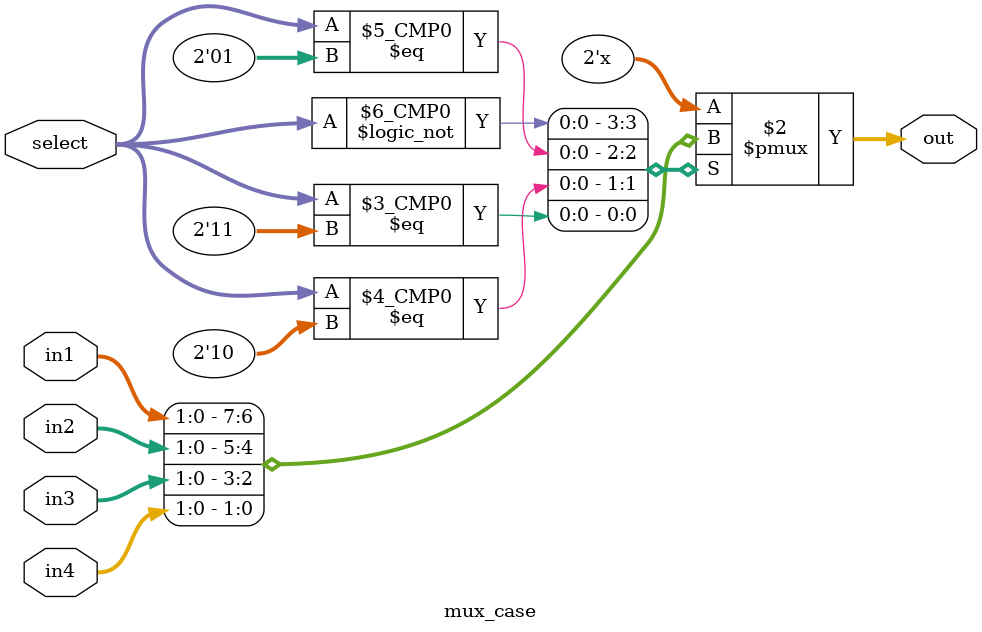
<source format=v>
`timescale 1ns / 1ps

module mux_case(in1     ,
                in2     ,
                in3     ,
                in4     ,
                select  ,
                out )   ;
                
input [1:0]in1,in2,in3,in4  ;
input [1:0]select           ;
output reg[1:0]out          ;

always @(select)
begin
    case(select)
        0 : out = in1     ;
        1 : out = in2     ;
        2 : out = in3     ;
        3 : out = in4     ;
    endcase
end

endmodule

</source>
